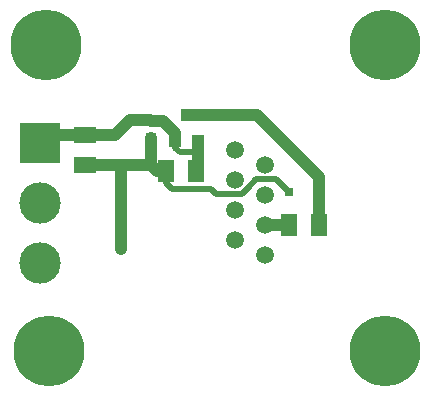
<source format=gbl>
G04 #@! TF.GenerationSoftware,KiCad,Pcbnew,7.0.9*
G04 #@! TF.CreationDate,2023-12-23T15:45:12+01:00*
G04 #@! TF.ProjectId,connecting-connector-1-wire,636f6e6e-6563-4746-996e-672d636f6e6e,v1.0*
G04 #@! TF.SameCoordinates,Original*
G04 #@! TF.FileFunction,Copper,L2,Bot*
G04 #@! TF.FilePolarity,Positive*
%FSLAX46Y46*%
G04 Gerber Fmt 4.6, Leading zero omitted, Abs format (unit mm)*
G04 Created by KiCad (PCBNEW 7.0.9) date 2023-12-23 15:45:12*
%MOMM*%
%LPD*%
G01*
G04 APERTURE LIST*
G04 Aperture macros list*
%AMOutline4P*
0 Free polygon, 4 corners , with rotation*
0 The origin of the aperture is its center*
0 number of corners: always 4*
0 $1 to $8 corner X, Y*
0 $9 Rotation angle, in degrees counterclockwise*
0 create outline with 4 corners*
4,1,4,$1,$2,$3,$4,$5,$6,$7,$8,$1,$2,$9*%
G04 Aperture macros list end*
G04 #@! TA.AperFunction,ComponentPad*
%ADD10C,6.000000*%
G04 #@! TD*
G04 #@! TA.AperFunction,ComponentPad*
%ADD11C,1.500000*%
G04 #@! TD*
G04 #@! TA.AperFunction,ComponentPad*
%ADD12R,3.500000X3.500000*%
G04 #@! TD*
G04 #@! TA.AperFunction,ComponentPad*
%ADD13C,3.500000*%
G04 #@! TD*
G04 #@! TA.AperFunction,SMDPad,CuDef*
%ADD14R,0.900000X0.900000*%
G04 #@! TD*
G04 #@! TA.AperFunction,SMDPad,CuDef*
%ADD15Outline4P,-0.650000X-0.900000X0.650000X-0.900000X0.650000X0.900000X-0.650000X0.900000X270.000000*%
G04 #@! TD*
G04 #@! TA.AperFunction,SMDPad,CuDef*
%ADD16R,0.800000X0.800000*%
G04 #@! TD*
G04 #@! TA.AperFunction,SMDPad,CuDef*
%ADD17R,1.000000X1.000000*%
G04 #@! TD*
G04 #@! TA.AperFunction,SMDPad,CuDef*
%ADD18Outline4P,-0.650000X-0.900000X0.650000X-0.900000X0.650000X0.900000X-0.650000X0.900000X0.000000*%
G04 #@! TD*
G04 #@! TA.AperFunction,ViaPad*
%ADD19C,0.800000*%
G04 #@! TD*
G04 #@! TA.AperFunction,Conductor*
%ADD20C,1.000000*%
G04 #@! TD*
G04 #@! TA.AperFunction,Conductor*
%ADD21C,0.500000*%
G04 #@! TD*
G04 APERTURE END LIST*
D10*
X127934000Y-71419000D03*
X156636000Y-71419000D03*
X156636000Y-97327000D03*
X128188000Y-97327000D03*
D11*
X146476000Y-89198000D03*
X143936000Y-87928000D03*
X146476000Y-86658000D03*
X143936000Y-85388000D03*
X146476000Y-84118000D03*
X143936000Y-82848000D03*
X146476000Y-81578000D03*
X143936000Y-80308000D03*
D12*
X127426000Y-79674000D03*
D13*
X127426000Y-84754000D03*
X127426000Y-89834000D03*
D14*
X136824000Y-77806000D03*
X136824000Y-79256000D03*
D15*
X131236000Y-79039000D03*
X131236000Y-81579000D03*
D16*
X151048000Y-83865000D03*
X148508000Y-83865000D03*
D17*
X140822000Y-79531000D03*
X138922000Y-79531000D03*
X139872000Y-77331000D03*
D18*
X148508000Y-86659000D03*
X151048000Y-86659000D03*
X138094000Y-82087000D03*
X140634000Y-82087000D03*
D19*
X134284000Y-88691000D03*
D20*
X131236000Y-81579000D02*
X134284000Y-81579000D01*
D21*
X142341001Y-84048001D02*
X144514999Y-84048001D01*
D20*
X136824000Y-81579000D02*
X136824000Y-79256000D01*
D21*
X147421001Y-82778001D02*
X148508000Y-83865000D01*
X138602000Y-83611000D02*
X141904000Y-83611000D01*
X127426000Y-90469000D02*
X126791000Y-89834000D01*
D20*
X137332000Y-82087000D02*
X136824000Y-81579000D01*
D21*
X141904000Y-83611000D02*
X142341001Y-84048001D01*
X145077501Y-83485499D02*
X144514999Y-84048001D01*
D20*
X134284000Y-81579000D02*
X134284000Y-88691000D01*
D21*
X145077501Y-83482501D02*
X145077501Y-83485499D01*
X145077501Y-83482501D02*
X145782001Y-82778001D01*
D20*
X134284000Y-81579000D02*
X136824000Y-81579000D01*
D21*
X138094000Y-82087000D02*
X138094000Y-83103000D01*
D20*
X138094000Y-82087000D02*
X137332000Y-82087000D01*
D21*
X145782001Y-82778001D02*
X147421001Y-82778001D01*
X138094000Y-83103000D02*
X138602000Y-83611000D01*
D20*
X145784000Y-77331000D02*
X139872000Y-77331000D01*
X151048000Y-86659000D02*
X151048000Y-83865000D01*
X151048000Y-83865000D02*
X151048000Y-82595000D01*
X151048000Y-82595000D02*
X145784000Y-77331000D01*
X140822000Y-81899000D02*
X140634000Y-82087000D01*
X131236000Y-79039000D02*
X133776000Y-79039000D01*
D21*
X139298000Y-80497000D02*
X138922000Y-80121000D01*
D20*
X136787000Y-77769000D02*
X136824000Y-77806000D01*
X133776000Y-79039000D02*
X135046000Y-77769000D01*
X128061000Y-79039000D02*
X127426000Y-79674000D01*
X136824000Y-77806000D02*
X137877000Y-77806000D01*
X131236000Y-79039000D02*
X128061000Y-79039000D01*
X138922000Y-78851000D02*
X138922000Y-79531000D01*
D21*
X138922000Y-80121000D02*
X138922000Y-79531000D01*
D20*
X140822000Y-80497000D02*
X140822000Y-81899000D01*
X140822000Y-79531000D02*
X140822000Y-80497000D01*
D21*
X140822000Y-80497000D02*
X139298000Y-80497000D01*
D20*
X135046000Y-77769000D02*
X136787000Y-77769000D01*
X137877000Y-77806000D02*
X138922000Y-78851000D01*
X148507000Y-86658000D02*
X148508000Y-86659000D01*
X146476000Y-86658000D02*
X148507000Y-86658000D01*
M02*

</source>
